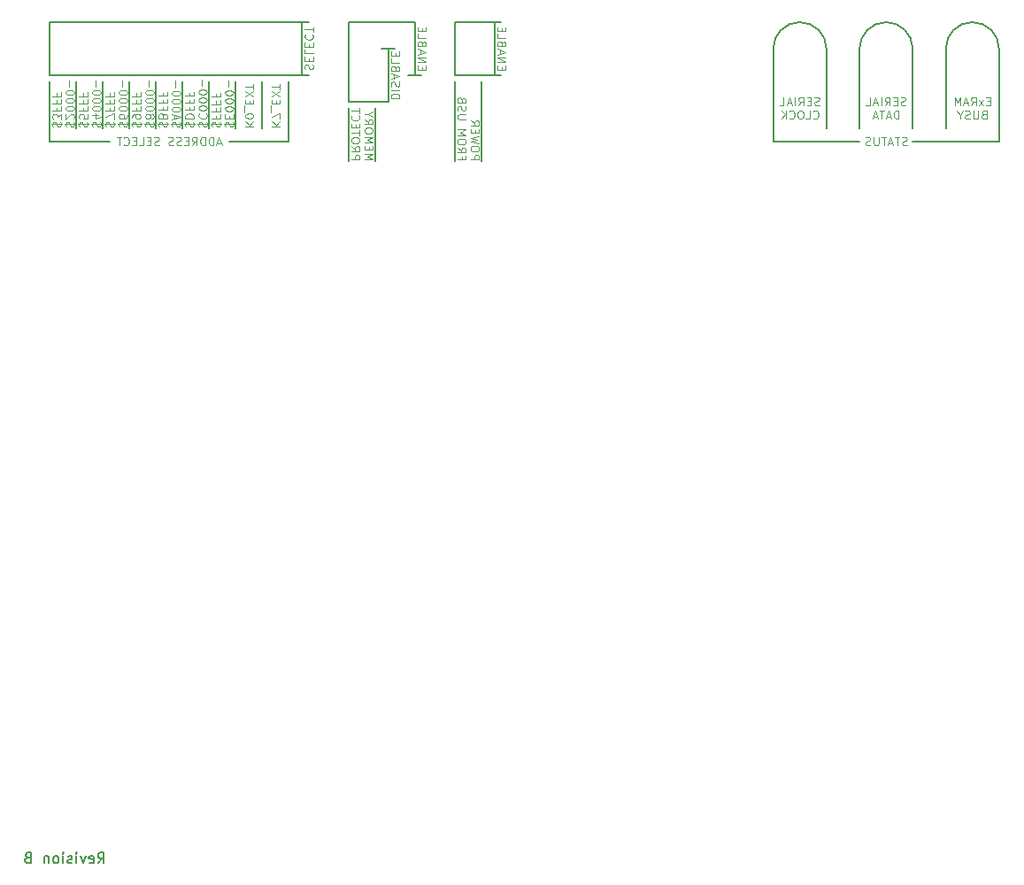
<source format=gbo>
G04 #@! TF.FileFunction,Legend,Bot*
%FSLAX46Y46*%
G04 Gerber Fmt 4.6, Leading zero omitted, Abs format (unit mm)*
G04 Created by KiCad (PCBNEW 4.0.7) date 12/28/19 00:57:34*
%MOMM*%
%LPD*%
G01*
G04 APERTURE LIST*
%ADD10C,0.100000*%
%ADD11C,0.150000*%
%ADD12C,0.200000*%
G04 APERTURE END LIST*
D10*
D11*
X103027857Y-145867381D02*
X103361191Y-145391190D01*
X103599286Y-145867381D02*
X103599286Y-144867381D01*
X103218333Y-144867381D01*
X103123095Y-144915000D01*
X103075476Y-144962619D01*
X103027857Y-145057857D01*
X103027857Y-145200714D01*
X103075476Y-145295952D01*
X103123095Y-145343571D01*
X103218333Y-145391190D01*
X103599286Y-145391190D01*
X102218333Y-145819762D02*
X102313571Y-145867381D01*
X102504048Y-145867381D01*
X102599286Y-145819762D01*
X102646905Y-145724524D01*
X102646905Y-145343571D01*
X102599286Y-145248333D01*
X102504048Y-145200714D01*
X102313571Y-145200714D01*
X102218333Y-145248333D01*
X102170714Y-145343571D01*
X102170714Y-145438810D01*
X102646905Y-145534048D01*
X101837381Y-145200714D02*
X101599286Y-145867381D01*
X101361190Y-145200714D01*
X100980238Y-145867381D02*
X100980238Y-145200714D01*
X100980238Y-144867381D02*
X101027857Y-144915000D01*
X100980238Y-144962619D01*
X100932619Y-144915000D01*
X100980238Y-144867381D01*
X100980238Y-144962619D01*
X100551667Y-145819762D02*
X100456429Y-145867381D01*
X100265953Y-145867381D01*
X100170714Y-145819762D01*
X100123095Y-145724524D01*
X100123095Y-145676905D01*
X100170714Y-145581667D01*
X100265953Y-145534048D01*
X100408810Y-145534048D01*
X100504048Y-145486429D01*
X100551667Y-145391190D01*
X100551667Y-145343571D01*
X100504048Y-145248333D01*
X100408810Y-145200714D01*
X100265953Y-145200714D01*
X100170714Y-145248333D01*
X99694524Y-145867381D02*
X99694524Y-145200714D01*
X99694524Y-144867381D02*
X99742143Y-144915000D01*
X99694524Y-144962619D01*
X99646905Y-144915000D01*
X99694524Y-144867381D01*
X99694524Y-144962619D01*
X99075477Y-145867381D02*
X99170715Y-145819762D01*
X99218334Y-145772143D01*
X99265953Y-145676905D01*
X99265953Y-145391190D01*
X99218334Y-145295952D01*
X99170715Y-145248333D01*
X99075477Y-145200714D01*
X98932619Y-145200714D01*
X98837381Y-145248333D01*
X98789762Y-145295952D01*
X98742143Y-145391190D01*
X98742143Y-145676905D01*
X98789762Y-145772143D01*
X98837381Y-145819762D01*
X98932619Y-145867381D01*
X99075477Y-145867381D01*
X98313572Y-145200714D02*
X98313572Y-145867381D01*
X98313572Y-145295952D02*
X98265953Y-145248333D01*
X98170715Y-145200714D01*
X98027857Y-145200714D01*
X97932619Y-145248333D01*
X97885000Y-145343571D01*
X97885000Y-145867381D01*
X96313571Y-145343571D02*
X96170714Y-145391190D01*
X96123095Y-145438810D01*
X96075476Y-145534048D01*
X96075476Y-145676905D01*
X96123095Y-145772143D01*
X96170714Y-145819762D01*
X96265952Y-145867381D01*
X96646905Y-145867381D01*
X96646905Y-144867381D01*
X96313571Y-144867381D01*
X96218333Y-144915000D01*
X96170714Y-144962619D01*
X96123095Y-145057857D01*
X96123095Y-145153095D01*
X96170714Y-145248333D01*
X96218333Y-145295952D01*
X96313571Y-145343571D01*
X96646905Y-145343571D01*
D10*
X188385238Y-72952857D02*
X188118571Y-72952857D01*
X188004285Y-73371905D02*
X188385238Y-73371905D01*
X188385238Y-72571905D01*
X188004285Y-72571905D01*
X187737618Y-73371905D02*
X187318571Y-72838571D01*
X187737618Y-72838571D02*
X187318571Y-73371905D01*
X186556666Y-73371905D02*
X186823333Y-72990952D01*
X187013809Y-73371905D02*
X187013809Y-72571905D01*
X186709047Y-72571905D01*
X186632856Y-72610000D01*
X186594761Y-72648095D01*
X186556666Y-72724286D01*
X186556666Y-72838571D01*
X186594761Y-72914762D01*
X186632856Y-72952857D01*
X186709047Y-72990952D01*
X187013809Y-72990952D01*
X186251904Y-73143333D02*
X185870952Y-73143333D01*
X186328095Y-73371905D02*
X186061428Y-72571905D01*
X185794761Y-73371905D01*
X185528095Y-73371905D02*
X185528095Y-72571905D01*
X185261428Y-73143333D01*
X184994761Y-72571905D01*
X184994761Y-73371905D01*
X187775714Y-74252857D02*
X187661428Y-74290952D01*
X187623333Y-74329048D01*
X187585238Y-74405238D01*
X187585238Y-74519524D01*
X187623333Y-74595714D01*
X187661428Y-74633810D01*
X187737619Y-74671905D01*
X188042381Y-74671905D01*
X188042381Y-73871905D01*
X187775714Y-73871905D01*
X187699524Y-73910000D01*
X187661428Y-73948095D01*
X187623333Y-74024286D01*
X187623333Y-74100476D01*
X187661428Y-74176667D01*
X187699524Y-74214762D01*
X187775714Y-74252857D01*
X188042381Y-74252857D01*
X187242381Y-73871905D02*
X187242381Y-74519524D01*
X187204286Y-74595714D01*
X187166190Y-74633810D01*
X187090000Y-74671905D01*
X186937619Y-74671905D01*
X186861428Y-74633810D01*
X186823333Y-74595714D01*
X186785238Y-74519524D01*
X186785238Y-73871905D01*
X186442381Y-74633810D02*
X186328095Y-74671905D01*
X186137619Y-74671905D01*
X186061429Y-74633810D01*
X186023333Y-74595714D01*
X185985238Y-74519524D01*
X185985238Y-74443333D01*
X186023333Y-74367143D01*
X186061429Y-74329048D01*
X186137619Y-74290952D01*
X186290000Y-74252857D01*
X186366191Y-74214762D01*
X186404286Y-74176667D01*
X186442381Y-74100476D01*
X186442381Y-74024286D01*
X186404286Y-73948095D01*
X186366191Y-73910000D01*
X186290000Y-73871905D01*
X186099524Y-73871905D01*
X185985238Y-73910000D01*
X185490000Y-74290952D02*
X185490000Y-74671905D01*
X185756667Y-73871905D02*
X185490000Y-74290952D01*
X185223333Y-73871905D01*
X180282619Y-73333810D02*
X180168333Y-73371905D01*
X179977857Y-73371905D01*
X179901667Y-73333810D01*
X179863571Y-73295714D01*
X179825476Y-73219524D01*
X179825476Y-73143333D01*
X179863571Y-73067143D01*
X179901667Y-73029048D01*
X179977857Y-72990952D01*
X180130238Y-72952857D01*
X180206429Y-72914762D01*
X180244524Y-72876667D01*
X180282619Y-72800476D01*
X180282619Y-72724286D01*
X180244524Y-72648095D01*
X180206429Y-72610000D01*
X180130238Y-72571905D01*
X179939762Y-72571905D01*
X179825476Y-72610000D01*
X179482619Y-72952857D02*
X179215952Y-72952857D01*
X179101666Y-73371905D02*
X179482619Y-73371905D01*
X179482619Y-72571905D01*
X179101666Y-72571905D01*
X178301666Y-73371905D02*
X178568333Y-72990952D01*
X178758809Y-73371905D02*
X178758809Y-72571905D01*
X178454047Y-72571905D01*
X178377856Y-72610000D01*
X178339761Y-72648095D01*
X178301666Y-72724286D01*
X178301666Y-72838571D01*
X178339761Y-72914762D01*
X178377856Y-72952857D01*
X178454047Y-72990952D01*
X178758809Y-72990952D01*
X177958809Y-73371905D02*
X177958809Y-72571905D01*
X177615952Y-73143333D02*
X177235000Y-73143333D01*
X177692143Y-73371905D02*
X177425476Y-72571905D01*
X177158809Y-73371905D01*
X176511190Y-73371905D02*
X176892143Y-73371905D01*
X176892143Y-72571905D01*
X179635000Y-74671905D02*
X179635000Y-73871905D01*
X179444524Y-73871905D01*
X179330238Y-73910000D01*
X179254047Y-73986190D01*
X179215952Y-74062381D01*
X179177857Y-74214762D01*
X179177857Y-74329048D01*
X179215952Y-74481429D01*
X179254047Y-74557619D01*
X179330238Y-74633810D01*
X179444524Y-74671905D01*
X179635000Y-74671905D01*
X178873095Y-74443333D02*
X178492143Y-74443333D01*
X178949286Y-74671905D02*
X178682619Y-73871905D01*
X178415952Y-74671905D01*
X178263572Y-73871905D02*
X177806429Y-73871905D01*
X178035000Y-74671905D02*
X178035000Y-73871905D01*
X177577857Y-74443333D02*
X177196905Y-74443333D01*
X177654048Y-74671905D02*
X177387381Y-73871905D01*
X177120714Y-74671905D01*
X172027619Y-73333810D02*
X171913333Y-73371905D01*
X171722857Y-73371905D01*
X171646667Y-73333810D01*
X171608571Y-73295714D01*
X171570476Y-73219524D01*
X171570476Y-73143333D01*
X171608571Y-73067143D01*
X171646667Y-73029048D01*
X171722857Y-72990952D01*
X171875238Y-72952857D01*
X171951429Y-72914762D01*
X171989524Y-72876667D01*
X172027619Y-72800476D01*
X172027619Y-72724286D01*
X171989524Y-72648095D01*
X171951429Y-72610000D01*
X171875238Y-72571905D01*
X171684762Y-72571905D01*
X171570476Y-72610000D01*
X171227619Y-72952857D02*
X170960952Y-72952857D01*
X170846666Y-73371905D02*
X171227619Y-73371905D01*
X171227619Y-72571905D01*
X170846666Y-72571905D01*
X170046666Y-73371905D02*
X170313333Y-72990952D01*
X170503809Y-73371905D02*
X170503809Y-72571905D01*
X170199047Y-72571905D01*
X170122856Y-72610000D01*
X170084761Y-72648095D01*
X170046666Y-72724286D01*
X170046666Y-72838571D01*
X170084761Y-72914762D01*
X170122856Y-72952857D01*
X170199047Y-72990952D01*
X170503809Y-72990952D01*
X169703809Y-73371905D02*
X169703809Y-72571905D01*
X169360952Y-73143333D02*
X168980000Y-73143333D01*
X169437143Y-73371905D02*
X169170476Y-72571905D01*
X168903809Y-73371905D01*
X168256190Y-73371905D02*
X168637143Y-73371905D01*
X168637143Y-72571905D01*
X171475238Y-74595714D02*
X171513333Y-74633810D01*
X171627619Y-74671905D01*
X171703809Y-74671905D01*
X171818095Y-74633810D01*
X171894286Y-74557619D01*
X171932381Y-74481429D01*
X171970476Y-74329048D01*
X171970476Y-74214762D01*
X171932381Y-74062381D01*
X171894286Y-73986190D01*
X171818095Y-73910000D01*
X171703809Y-73871905D01*
X171627619Y-73871905D01*
X171513333Y-73910000D01*
X171475238Y-73948095D01*
X170751428Y-74671905D02*
X171132381Y-74671905D01*
X171132381Y-73871905D01*
X170332381Y-73871905D02*
X170180000Y-73871905D01*
X170103809Y-73910000D01*
X170027619Y-73986190D01*
X169989524Y-74138571D01*
X169989524Y-74405238D01*
X170027619Y-74557619D01*
X170103809Y-74633810D01*
X170180000Y-74671905D01*
X170332381Y-74671905D01*
X170408571Y-74633810D01*
X170484762Y-74557619D01*
X170522857Y-74405238D01*
X170522857Y-74138571D01*
X170484762Y-73986190D01*
X170408571Y-73910000D01*
X170332381Y-73871905D01*
X169189524Y-74595714D02*
X169227619Y-74633810D01*
X169341905Y-74671905D01*
X169418095Y-74671905D01*
X169532381Y-74633810D01*
X169608572Y-74557619D01*
X169646667Y-74481429D01*
X169684762Y-74329048D01*
X169684762Y-74214762D01*
X169646667Y-74062381D01*
X169608572Y-73986190D01*
X169532381Y-73910000D01*
X169418095Y-73871905D01*
X169341905Y-73871905D01*
X169227619Y-73910000D01*
X169189524Y-73948095D01*
X168846667Y-74671905D02*
X168846667Y-73871905D01*
X168389524Y-74671905D02*
X168732381Y-74214762D01*
X168389524Y-73871905D02*
X168846667Y-74329048D01*
X180415952Y-77158810D02*
X180301666Y-77196905D01*
X180111190Y-77196905D01*
X180035000Y-77158810D01*
X179996904Y-77120714D01*
X179958809Y-77044524D01*
X179958809Y-76968333D01*
X179996904Y-76892143D01*
X180035000Y-76854048D01*
X180111190Y-76815952D01*
X180263571Y-76777857D01*
X180339762Y-76739762D01*
X180377857Y-76701667D01*
X180415952Y-76625476D01*
X180415952Y-76549286D01*
X180377857Y-76473095D01*
X180339762Y-76435000D01*
X180263571Y-76396905D01*
X180073095Y-76396905D01*
X179958809Y-76435000D01*
X179730238Y-76396905D02*
X179273095Y-76396905D01*
X179501666Y-77196905D02*
X179501666Y-76396905D01*
X179044523Y-76968333D02*
X178663571Y-76968333D01*
X179120714Y-77196905D02*
X178854047Y-76396905D01*
X178587380Y-77196905D01*
X178435000Y-76396905D02*
X177977857Y-76396905D01*
X178206428Y-77196905D02*
X178206428Y-76396905D01*
X177711190Y-76396905D02*
X177711190Y-77044524D01*
X177673095Y-77120714D01*
X177634999Y-77158810D01*
X177558809Y-77196905D01*
X177406428Y-77196905D01*
X177330237Y-77158810D01*
X177292142Y-77120714D01*
X177254047Y-77044524D01*
X177254047Y-76396905D01*
X176911190Y-77158810D02*
X176796904Y-77196905D01*
X176606428Y-77196905D01*
X176530238Y-77158810D01*
X176492142Y-77120714D01*
X176454047Y-77044524D01*
X176454047Y-76968333D01*
X176492142Y-76892143D01*
X176530238Y-76854048D01*
X176606428Y-76815952D01*
X176758809Y-76777857D01*
X176835000Y-76739762D01*
X176873095Y-76701667D01*
X176911190Y-76625476D01*
X176911190Y-76549286D01*
X176873095Y-76473095D01*
X176835000Y-76435000D01*
X176758809Y-76396905D01*
X176568333Y-76396905D01*
X176454047Y-76435000D01*
D12*
X172720000Y-75565000D02*
X172720000Y-67945000D01*
X175895000Y-67945000D02*
X175895000Y-75565000D01*
X180975000Y-75565000D02*
X180975000Y-67945000D01*
X184150000Y-67945000D02*
X184150000Y-75565000D01*
X189230000Y-76835000D02*
X189230000Y-67945000D01*
X180975000Y-76835000D02*
X189230000Y-76835000D01*
X167640000Y-76835000D02*
X175895000Y-76835000D01*
X167640000Y-67945000D02*
X167640000Y-76835000D01*
X189230000Y-67945000D02*
G75*
G03X186690000Y-65405000I-2540000J0D01*
G01*
X186690000Y-65405000D02*
G75*
G03X184150000Y-67945000I0J-2540000D01*
G01*
X180975000Y-67945000D02*
G75*
G03X178435000Y-65405000I-2540000J0D01*
G01*
X178435000Y-65405000D02*
G75*
G03X175895000Y-67945000I0J-2540000D01*
G01*
X172720000Y-67945000D02*
G75*
G03X170180000Y-65405000I-2540000J0D01*
G01*
X170180000Y-65405000D02*
G75*
G03X167640000Y-67945000I0J-2540000D01*
G01*
D10*
X137852143Y-78282857D02*
X137852143Y-78549524D01*
X137433095Y-78549524D02*
X138233095Y-78549524D01*
X138233095Y-78168571D01*
X137433095Y-77406667D02*
X137814048Y-77673334D01*
X137433095Y-77863810D02*
X138233095Y-77863810D01*
X138233095Y-77559048D01*
X138195000Y-77482857D01*
X138156905Y-77444762D01*
X138080714Y-77406667D01*
X137966429Y-77406667D01*
X137890238Y-77444762D01*
X137852143Y-77482857D01*
X137814048Y-77559048D01*
X137814048Y-77863810D01*
X138233095Y-76911429D02*
X138233095Y-76759048D01*
X138195000Y-76682857D01*
X138118810Y-76606667D01*
X137966429Y-76568572D01*
X137699762Y-76568572D01*
X137547381Y-76606667D01*
X137471190Y-76682857D01*
X137433095Y-76759048D01*
X137433095Y-76911429D01*
X137471190Y-76987619D01*
X137547381Y-77063810D01*
X137699762Y-77101905D01*
X137966429Y-77101905D01*
X138118810Y-77063810D01*
X138195000Y-76987619D01*
X138233095Y-76911429D01*
X137433095Y-76225715D02*
X138233095Y-76225715D01*
X137661667Y-75959048D01*
X138233095Y-75692381D01*
X137433095Y-75692381D01*
X138233095Y-74701905D02*
X137585476Y-74701905D01*
X137509286Y-74663810D01*
X137471190Y-74625714D01*
X137433095Y-74549524D01*
X137433095Y-74397143D01*
X137471190Y-74320952D01*
X137509286Y-74282857D01*
X137585476Y-74244762D01*
X138233095Y-74244762D01*
X137471190Y-73901905D02*
X137433095Y-73787619D01*
X137433095Y-73597143D01*
X137471190Y-73520953D01*
X137509286Y-73482857D01*
X137585476Y-73444762D01*
X137661667Y-73444762D01*
X137737857Y-73482857D01*
X137775952Y-73520953D01*
X137814048Y-73597143D01*
X137852143Y-73749524D01*
X137890238Y-73825715D01*
X137928333Y-73863810D01*
X138004524Y-73901905D01*
X138080714Y-73901905D01*
X138156905Y-73863810D01*
X138195000Y-73825715D01*
X138233095Y-73749524D01*
X138233095Y-73559048D01*
X138195000Y-73444762D01*
X137852143Y-72835238D02*
X137814048Y-72720952D01*
X137775952Y-72682857D01*
X137699762Y-72644762D01*
X137585476Y-72644762D01*
X137509286Y-72682857D01*
X137471190Y-72720952D01*
X137433095Y-72797143D01*
X137433095Y-73101905D01*
X138233095Y-73101905D01*
X138233095Y-72835238D01*
X138195000Y-72759048D01*
X138156905Y-72720952D01*
X138080714Y-72682857D01*
X138004524Y-72682857D01*
X137928333Y-72720952D01*
X137890238Y-72759048D01*
X137852143Y-72835238D01*
X137852143Y-73101905D01*
X138703095Y-78549524D02*
X139503095Y-78549524D01*
X139503095Y-78244762D01*
X139465000Y-78168571D01*
X139426905Y-78130476D01*
X139350714Y-78092381D01*
X139236429Y-78092381D01*
X139160238Y-78130476D01*
X139122143Y-78168571D01*
X139084048Y-78244762D01*
X139084048Y-78549524D01*
X139503095Y-77597143D02*
X139503095Y-77444762D01*
X139465000Y-77368571D01*
X139388810Y-77292381D01*
X139236429Y-77254286D01*
X138969762Y-77254286D01*
X138817381Y-77292381D01*
X138741190Y-77368571D01*
X138703095Y-77444762D01*
X138703095Y-77597143D01*
X138741190Y-77673333D01*
X138817381Y-77749524D01*
X138969762Y-77787619D01*
X139236429Y-77787619D01*
X139388810Y-77749524D01*
X139465000Y-77673333D01*
X139503095Y-77597143D01*
X139503095Y-76987619D02*
X138703095Y-76797143D01*
X139274524Y-76644762D01*
X138703095Y-76492381D01*
X139503095Y-76301905D01*
X139122143Y-75997143D02*
X139122143Y-75730476D01*
X138703095Y-75616190D02*
X138703095Y-75997143D01*
X139503095Y-75997143D01*
X139503095Y-75616190D01*
X138703095Y-74816190D02*
X139084048Y-75082857D01*
X138703095Y-75273333D02*
X139503095Y-75273333D01*
X139503095Y-74968571D01*
X139465000Y-74892380D01*
X139426905Y-74854285D01*
X139350714Y-74816190D01*
X139236429Y-74816190D01*
X139160238Y-74854285D01*
X139122143Y-74892380D01*
X139084048Y-74968571D01*
X139084048Y-75273333D01*
D12*
X137160000Y-70485000D02*
X137160000Y-65405000D01*
D10*
X141662143Y-69964048D02*
X141662143Y-69697381D01*
X141243095Y-69583095D02*
X141243095Y-69964048D01*
X142043095Y-69964048D01*
X142043095Y-69583095D01*
X141243095Y-69240238D02*
X142043095Y-69240238D01*
X141243095Y-68783095D01*
X142043095Y-68783095D01*
X141471667Y-68440238D02*
X141471667Y-68059286D01*
X141243095Y-68516429D02*
X142043095Y-68249762D01*
X141243095Y-67983095D01*
X141662143Y-67449762D02*
X141624048Y-67335476D01*
X141585952Y-67297381D01*
X141509762Y-67259286D01*
X141395476Y-67259286D01*
X141319286Y-67297381D01*
X141281190Y-67335476D01*
X141243095Y-67411667D01*
X141243095Y-67716429D01*
X142043095Y-67716429D01*
X142043095Y-67449762D01*
X142005000Y-67373572D01*
X141966905Y-67335476D01*
X141890714Y-67297381D01*
X141814524Y-67297381D01*
X141738333Y-67335476D01*
X141700238Y-67373572D01*
X141662143Y-67449762D01*
X141662143Y-67716429D01*
X141243095Y-66535476D02*
X141243095Y-66916429D01*
X142043095Y-66916429D01*
X141662143Y-66268810D02*
X141662143Y-66002143D01*
X141243095Y-65887857D02*
X141243095Y-66268810D01*
X142043095Y-66268810D01*
X142043095Y-65887857D01*
D12*
X139700000Y-71120000D02*
X139700000Y-78740000D01*
X137160000Y-71120000D02*
X137160000Y-78740000D01*
X140970000Y-70485000D02*
X140970000Y-65405000D01*
X137160000Y-70485000D02*
X141605000Y-70485000D01*
X137160000Y-65405000D02*
X141605000Y-65405000D01*
X122555000Y-65405000D02*
X123190000Y-65405000D01*
X98425000Y-70485000D02*
X121920000Y-70485000D01*
X127000000Y-65405000D02*
X127000000Y-73025000D01*
X98425000Y-65405000D02*
X98425000Y-70485000D01*
X122555000Y-70485000D02*
X122555000Y-65405000D01*
X123190000Y-70485000D02*
X121920000Y-70485000D01*
D10*
X122866190Y-69925953D02*
X122828095Y-69811667D01*
X122828095Y-69621191D01*
X122866190Y-69545001D01*
X122904286Y-69506905D01*
X122980476Y-69468810D01*
X123056667Y-69468810D01*
X123132857Y-69506905D01*
X123170952Y-69545001D01*
X123209048Y-69621191D01*
X123247143Y-69773572D01*
X123285238Y-69849763D01*
X123323333Y-69887858D01*
X123399524Y-69925953D01*
X123475714Y-69925953D01*
X123551905Y-69887858D01*
X123590000Y-69849763D01*
X123628095Y-69773572D01*
X123628095Y-69583096D01*
X123590000Y-69468810D01*
X123247143Y-69125953D02*
X123247143Y-68859286D01*
X122828095Y-68745000D02*
X122828095Y-69125953D01*
X123628095Y-69125953D01*
X123628095Y-68745000D01*
X122828095Y-68021190D02*
X122828095Y-68402143D01*
X123628095Y-68402143D01*
X123247143Y-67754524D02*
X123247143Y-67487857D01*
X122828095Y-67373571D02*
X122828095Y-67754524D01*
X123628095Y-67754524D01*
X123628095Y-67373571D01*
X122904286Y-66573571D02*
X122866190Y-66611666D01*
X122828095Y-66725952D01*
X122828095Y-66802142D01*
X122866190Y-66916428D01*
X122942381Y-66992619D01*
X123018571Y-67030714D01*
X123170952Y-67068809D01*
X123285238Y-67068809D01*
X123437619Y-67030714D01*
X123513810Y-66992619D01*
X123590000Y-66916428D01*
X123628095Y-66802142D01*
X123628095Y-66725952D01*
X123590000Y-66611666D01*
X123551905Y-66573571D01*
X123628095Y-66345000D02*
X123628095Y-65887857D01*
X122828095Y-66116428D02*
X123628095Y-66116428D01*
D12*
X122555000Y-65405000D02*
X98425000Y-65405000D01*
D10*
X131083095Y-72694524D02*
X131883095Y-72694524D01*
X131883095Y-72504048D01*
X131845000Y-72389762D01*
X131768810Y-72313571D01*
X131692619Y-72275476D01*
X131540238Y-72237381D01*
X131425952Y-72237381D01*
X131273571Y-72275476D01*
X131197381Y-72313571D01*
X131121190Y-72389762D01*
X131083095Y-72504048D01*
X131083095Y-72694524D01*
X131083095Y-71894524D02*
X131883095Y-71894524D01*
X131121190Y-71551667D02*
X131083095Y-71437381D01*
X131083095Y-71246905D01*
X131121190Y-71170715D01*
X131159286Y-71132619D01*
X131235476Y-71094524D01*
X131311667Y-71094524D01*
X131387857Y-71132619D01*
X131425952Y-71170715D01*
X131464048Y-71246905D01*
X131502143Y-71399286D01*
X131540238Y-71475477D01*
X131578333Y-71513572D01*
X131654524Y-71551667D01*
X131730714Y-71551667D01*
X131806905Y-71513572D01*
X131845000Y-71475477D01*
X131883095Y-71399286D01*
X131883095Y-71208810D01*
X131845000Y-71094524D01*
X131311667Y-70789762D02*
X131311667Y-70408810D01*
X131083095Y-70865953D02*
X131883095Y-70599286D01*
X131083095Y-70332619D01*
X131502143Y-69799286D02*
X131464048Y-69685000D01*
X131425952Y-69646905D01*
X131349762Y-69608810D01*
X131235476Y-69608810D01*
X131159286Y-69646905D01*
X131121190Y-69685000D01*
X131083095Y-69761191D01*
X131083095Y-70065953D01*
X131883095Y-70065953D01*
X131883095Y-69799286D01*
X131845000Y-69723096D01*
X131806905Y-69685000D01*
X131730714Y-69646905D01*
X131654524Y-69646905D01*
X131578333Y-69685000D01*
X131540238Y-69723096D01*
X131502143Y-69799286D01*
X131502143Y-70065953D01*
X131083095Y-68885000D02*
X131083095Y-69265953D01*
X131883095Y-69265953D01*
X131502143Y-68618334D02*
X131502143Y-68351667D01*
X131083095Y-68237381D02*
X131083095Y-68618334D01*
X131883095Y-68618334D01*
X131883095Y-68237381D01*
X134042143Y-69964048D02*
X134042143Y-69697381D01*
X133623095Y-69583095D02*
X133623095Y-69964048D01*
X134423095Y-69964048D01*
X134423095Y-69583095D01*
X133623095Y-69240238D02*
X134423095Y-69240238D01*
X133623095Y-68783095D01*
X134423095Y-68783095D01*
X133851667Y-68440238D02*
X133851667Y-68059286D01*
X133623095Y-68516429D02*
X134423095Y-68249762D01*
X133623095Y-67983095D01*
X134042143Y-67449762D02*
X134004048Y-67335476D01*
X133965952Y-67297381D01*
X133889762Y-67259286D01*
X133775476Y-67259286D01*
X133699286Y-67297381D01*
X133661190Y-67335476D01*
X133623095Y-67411667D01*
X133623095Y-67716429D01*
X134423095Y-67716429D01*
X134423095Y-67449762D01*
X134385000Y-67373572D01*
X134346905Y-67335476D01*
X134270714Y-67297381D01*
X134194524Y-67297381D01*
X134118333Y-67335476D01*
X134080238Y-67373572D01*
X134042143Y-67449762D01*
X134042143Y-67716429D01*
X133623095Y-66535476D02*
X133623095Y-66916429D01*
X134423095Y-66916429D01*
X134042143Y-66268810D02*
X134042143Y-66002143D01*
X133623095Y-65887857D02*
X133623095Y-66268810D01*
X134423095Y-66268810D01*
X134423095Y-65887857D01*
D12*
X133350000Y-65405000D02*
X127000000Y-65405000D01*
X133350000Y-70485000D02*
X133350000Y-65405000D01*
X132715000Y-70485000D02*
X133985000Y-70485000D01*
X130175000Y-67945000D02*
X131445000Y-67945000D01*
X130810000Y-73025000D02*
X130810000Y-67945000D01*
X127000000Y-73025000D02*
X130810000Y-73025000D01*
X127000000Y-73660000D02*
X127000000Y-78740000D01*
X129540000Y-78740000D02*
X129540000Y-73660000D01*
X116205000Y-76835000D02*
X115570000Y-76835000D01*
X103505000Y-76835000D02*
X104140000Y-76835000D01*
X98425000Y-76835000D02*
X103505000Y-76835000D01*
X121285000Y-76835000D02*
X116205000Y-76835000D01*
X98425000Y-71120000D02*
X98425000Y-76835000D01*
X100965000Y-71120000D02*
X100965000Y-75565000D01*
X103505000Y-75565000D02*
X103505000Y-71120000D01*
X121285000Y-71120000D02*
X121285000Y-76835000D01*
X118745000Y-71120000D02*
X118745000Y-75565000D01*
X116205000Y-75565000D02*
X116205000Y-71120000D01*
X113665000Y-75565000D02*
X113665000Y-71120000D01*
X111125000Y-75565000D02*
X111125000Y-71120000D01*
X108585000Y-75565000D02*
X108585000Y-71120000D01*
X106045000Y-75565000D02*
X106045000Y-71120000D01*
D10*
X114807382Y-76968333D02*
X114426430Y-76968333D01*
X114883573Y-77196905D02*
X114616906Y-76396905D01*
X114350239Y-77196905D01*
X114083573Y-77196905D02*
X114083573Y-76396905D01*
X113893097Y-76396905D01*
X113778811Y-76435000D01*
X113702620Y-76511190D01*
X113664525Y-76587381D01*
X113626430Y-76739762D01*
X113626430Y-76854048D01*
X113664525Y-77006429D01*
X113702620Y-77082619D01*
X113778811Y-77158810D01*
X113893097Y-77196905D01*
X114083573Y-77196905D01*
X113283573Y-77196905D02*
X113283573Y-76396905D01*
X113093097Y-76396905D01*
X112978811Y-76435000D01*
X112902620Y-76511190D01*
X112864525Y-76587381D01*
X112826430Y-76739762D01*
X112826430Y-76854048D01*
X112864525Y-77006429D01*
X112902620Y-77082619D01*
X112978811Y-77158810D01*
X113093097Y-77196905D01*
X113283573Y-77196905D01*
X112026430Y-77196905D02*
X112293097Y-76815952D01*
X112483573Y-77196905D02*
X112483573Y-76396905D01*
X112178811Y-76396905D01*
X112102620Y-76435000D01*
X112064525Y-76473095D01*
X112026430Y-76549286D01*
X112026430Y-76663571D01*
X112064525Y-76739762D01*
X112102620Y-76777857D01*
X112178811Y-76815952D01*
X112483573Y-76815952D01*
X111683573Y-76777857D02*
X111416906Y-76777857D01*
X111302620Y-77196905D02*
X111683573Y-77196905D01*
X111683573Y-76396905D01*
X111302620Y-76396905D01*
X110997858Y-77158810D02*
X110883572Y-77196905D01*
X110693096Y-77196905D01*
X110616906Y-77158810D01*
X110578810Y-77120714D01*
X110540715Y-77044524D01*
X110540715Y-76968333D01*
X110578810Y-76892143D01*
X110616906Y-76854048D01*
X110693096Y-76815952D01*
X110845477Y-76777857D01*
X110921668Y-76739762D01*
X110959763Y-76701667D01*
X110997858Y-76625476D01*
X110997858Y-76549286D01*
X110959763Y-76473095D01*
X110921668Y-76435000D01*
X110845477Y-76396905D01*
X110655001Y-76396905D01*
X110540715Y-76435000D01*
X110235953Y-77158810D02*
X110121667Y-77196905D01*
X109931191Y-77196905D01*
X109855001Y-77158810D01*
X109816905Y-77120714D01*
X109778810Y-77044524D01*
X109778810Y-76968333D01*
X109816905Y-76892143D01*
X109855001Y-76854048D01*
X109931191Y-76815952D01*
X110083572Y-76777857D01*
X110159763Y-76739762D01*
X110197858Y-76701667D01*
X110235953Y-76625476D01*
X110235953Y-76549286D01*
X110197858Y-76473095D01*
X110159763Y-76435000D01*
X110083572Y-76396905D01*
X109893096Y-76396905D01*
X109778810Y-76435000D01*
X108864524Y-77158810D02*
X108750238Y-77196905D01*
X108559762Y-77196905D01*
X108483572Y-77158810D01*
X108445476Y-77120714D01*
X108407381Y-77044524D01*
X108407381Y-76968333D01*
X108445476Y-76892143D01*
X108483572Y-76854048D01*
X108559762Y-76815952D01*
X108712143Y-76777857D01*
X108788334Y-76739762D01*
X108826429Y-76701667D01*
X108864524Y-76625476D01*
X108864524Y-76549286D01*
X108826429Y-76473095D01*
X108788334Y-76435000D01*
X108712143Y-76396905D01*
X108521667Y-76396905D01*
X108407381Y-76435000D01*
X108064524Y-76777857D02*
X107797857Y-76777857D01*
X107683571Y-77196905D02*
X108064524Y-77196905D01*
X108064524Y-76396905D01*
X107683571Y-76396905D01*
X106959761Y-77196905D02*
X107340714Y-77196905D01*
X107340714Y-76396905D01*
X106693095Y-76777857D02*
X106426428Y-76777857D01*
X106312142Y-77196905D02*
X106693095Y-77196905D01*
X106693095Y-76396905D01*
X106312142Y-76396905D01*
X105512142Y-77120714D02*
X105550237Y-77158810D01*
X105664523Y-77196905D01*
X105740713Y-77196905D01*
X105854999Y-77158810D01*
X105931190Y-77082619D01*
X105969285Y-77006429D01*
X106007380Y-76854048D01*
X106007380Y-76739762D01*
X105969285Y-76587381D01*
X105931190Y-76511190D01*
X105854999Y-76435000D01*
X105740713Y-76396905D01*
X105664523Y-76396905D01*
X105550237Y-76435000D01*
X105512142Y-76473095D01*
X105283571Y-76396905D02*
X104826428Y-76396905D01*
X105054999Y-77196905D02*
X105054999Y-76396905D01*
X119653095Y-75374524D02*
X120453095Y-75374524D01*
X119653095Y-74917381D02*
X120110238Y-75260238D01*
X120453095Y-74917381D02*
X119995952Y-75374524D01*
X120453095Y-74650714D02*
X120453095Y-74117381D01*
X119653095Y-74460238D01*
X119576905Y-74003095D02*
X119576905Y-73393571D01*
X120072143Y-73203095D02*
X120072143Y-72936428D01*
X119653095Y-72822142D02*
X119653095Y-73203095D01*
X120453095Y-73203095D01*
X120453095Y-72822142D01*
X120453095Y-72555475D02*
X119653095Y-72022142D01*
X120453095Y-72022142D02*
X119653095Y-72555475D01*
X120453095Y-71831666D02*
X120453095Y-71374523D01*
X119653095Y-71603094D02*
X120453095Y-71603094D01*
X117113095Y-75374524D02*
X117913095Y-75374524D01*
X117113095Y-74917381D02*
X117570238Y-75260238D01*
X117913095Y-74917381D02*
X117455952Y-75374524D01*
X117913095Y-74422143D02*
X117913095Y-74345952D01*
X117875000Y-74269762D01*
X117836905Y-74231667D01*
X117760714Y-74193571D01*
X117608333Y-74155476D01*
X117417857Y-74155476D01*
X117265476Y-74193571D01*
X117189286Y-74231667D01*
X117151190Y-74269762D01*
X117113095Y-74345952D01*
X117113095Y-74422143D01*
X117151190Y-74498333D01*
X117189286Y-74536429D01*
X117265476Y-74574524D01*
X117417857Y-74612619D01*
X117608333Y-74612619D01*
X117760714Y-74574524D01*
X117836905Y-74536429D01*
X117875000Y-74498333D01*
X117913095Y-74422143D01*
X117036905Y-74003095D02*
X117036905Y-73393571D01*
X117532143Y-73203095D02*
X117532143Y-72936428D01*
X117113095Y-72822142D02*
X117113095Y-73203095D01*
X117913095Y-73203095D01*
X117913095Y-72822142D01*
X117913095Y-72555475D02*
X117113095Y-72022142D01*
X117913095Y-72022142D02*
X117113095Y-72555475D01*
X117913095Y-71831666D02*
X117913095Y-71374523D01*
X117113095Y-71603094D02*
X117913095Y-71603094D01*
X113976190Y-75412619D02*
X113938095Y-75298333D01*
X113938095Y-75107857D01*
X113976190Y-75031667D01*
X114014286Y-74993571D01*
X114090476Y-74955476D01*
X114166667Y-74955476D01*
X114242857Y-74993571D01*
X114280952Y-75031667D01*
X114319048Y-75107857D01*
X114357143Y-75260238D01*
X114395238Y-75336429D01*
X114433333Y-75374524D01*
X114509524Y-75412619D01*
X114585714Y-75412619D01*
X114661905Y-75374524D01*
X114700000Y-75336429D01*
X114738095Y-75260238D01*
X114738095Y-75069762D01*
X114700000Y-74955476D01*
X114852381Y-75184048D02*
X113823810Y-75184048D01*
X114357143Y-74345952D02*
X114357143Y-74612619D01*
X113938095Y-74612619D02*
X114738095Y-74612619D01*
X114738095Y-74231666D01*
X114357143Y-73660238D02*
X114357143Y-73926905D01*
X113938095Y-73926905D02*
X114738095Y-73926905D01*
X114738095Y-73545952D01*
X114357143Y-72974524D02*
X114357143Y-73241191D01*
X113938095Y-73241191D02*
X114738095Y-73241191D01*
X114738095Y-72860238D01*
X114357143Y-72288810D02*
X114357143Y-72555477D01*
X113938095Y-72555477D02*
X114738095Y-72555477D01*
X114738095Y-72174524D01*
X111436190Y-75412619D02*
X111398095Y-75298333D01*
X111398095Y-75107857D01*
X111436190Y-75031667D01*
X111474286Y-74993571D01*
X111550476Y-74955476D01*
X111626667Y-74955476D01*
X111702857Y-74993571D01*
X111740952Y-75031667D01*
X111779048Y-75107857D01*
X111817143Y-75260238D01*
X111855238Y-75336429D01*
X111893333Y-75374524D01*
X111969524Y-75412619D01*
X112045714Y-75412619D01*
X112121905Y-75374524D01*
X112160000Y-75336429D01*
X112198095Y-75260238D01*
X112198095Y-75069762D01*
X112160000Y-74955476D01*
X112312381Y-75184048D02*
X111283810Y-75184048D01*
X111398095Y-74612619D02*
X112198095Y-74612619D01*
X112198095Y-74422143D01*
X112160000Y-74307857D01*
X112083810Y-74231666D01*
X112007619Y-74193571D01*
X111855238Y-74155476D01*
X111740952Y-74155476D01*
X111588571Y-74193571D01*
X111512381Y-74231666D01*
X111436190Y-74307857D01*
X111398095Y-74422143D01*
X111398095Y-74612619D01*
X111817143Y-73545952D02*
X111817143Y-73812619D01*
X111398095Y-73812619D02*
X112198095Y-73812619D01*
X112198095Y-73431666D01*
X111817143Y-72860238D02*
X111817143Y-73126905D01*
X111398095Y-73126905D02*
X112198095Y-73126905D01*
X112198095Y-72745952D01*
X111817143Y-72174524D02*
X111817143Y-72441191D01*
X111398095Y-72441191D02*
X112198095Y-72441191D01*
X112198095Y-72060238D01*
X108896190Y-75412619D02*
X108858095Y-75298333D01*
X108858095Y-75107857D01*
X108896190Y-75031667D01*
X108934286Y-74993571D01*
X109010476Y-74955476D01*
X109086667Y-74955476D01*
X109162857Y-74993571D01*
X109200952Y-75031667D01*
X109239048Y-75107857D01*
X109277143Y-75260238D01*
X109315238Y-75336429D01*
X109353333Y-75374524D01*
X109429524Y-75412619D01*
X109505714Y-75412619D01*
X109581905Y-75374524D01*
X109620000Y-75336429D01*
X109658095Y-75260238D01*
X109658095Y-75069762D01*
X109620000Y-74955476D01*
X109772381Y-75184048D02*
X108743810Y-75184048D01*
X109277143Y-74345952D02*
X109239048Y-74231666D01*
X109200952Y-74193571D01*
X109124762Y-74155476D01*
X109010476Y-74155476D01*
X108934286Y-74193571D01*
X108896190Y-74231666D01*
X108858095Y-74307857D01*
X108858095Y-74612619D01*
X109658095Y-74612619D01*
X109658095Y-74345952D01*
X109620000Y-74269762D01*
X109581905Y-74231666D01*
X109505714Y-74193571D01*
X109429524Y-74193571D01*
X109353333Y-74231666D01*
X109315238Y-74269762D01*
X109277143Y-74345952D01*
X109277143Y-74612619D01*
X109277143Y-73545952D02*
X109277143Y-73812619D01*
X108858095Y-73812619D02*
X109658095Y-73812619D01*
X109658095Y-73431666D01*
X109277143Y-72860238D02*
X109277143Y-73126905D01*
X108858095Y-73126905D02*
X109658095Y-73126905D01*
X109658095Y-72745952D01*
X109277143Y-72174524D02*
X109277143Y-72441191D01*
X108858095Y-72441191D02*
X109658095Y-72441191D01*
X109658095Y-72060238D01*
X106356190Y-75412619D02*
X106318095Y-75298333D01*
X106318095Y-75107857D01*
X106356190Y-75031667D01*
X106394286Y-74993571D01*
X106470476Y-74955476D01*
X106546667Y-74955476D01*
X106622857Y-74993571D01*
X106660952Y-75031667D01*
X106699048Y-75107857D01*
X106737143Y-75260238D01*
X106775238Y-75336429D01*
X106813333Y-75374524D01*
X106889524Y-75412619D01*
X106965714Y-75412619D01*
X107041905Y-75374524D01*
X107080000Y-75336429D01*
X107118095Y-75260238D01*
X107118095Y-75069762D01*
X107080000Y-74955476D01*
X107232381Y-75184048D02*
X106203810Y-75184048D01*
X106318095Y-74574524D02*
X106318095Y-74422143D01*
X106356190Y-74345952D01*
X106394286Y-74307857D01*
X106508571Y-74231666D01*
X106660952Y-74193571D01*
X106965714Y-74193571D01*
X107041905Y-74231666D01*
X107080000Y-74269762D01*
X107118095Y-74345952D01*
X107118095Y-74498333D01*
X107080000Y-74574524D01*
X107041905Y-74612619D01*
X106965714Y-74650714D01*
X106775238Y-74650714D01*
X106699048Y-74612619D01*
X106660952Y-74574524D01*
X106622857Y-74498333D01*
X106622857Y-74345952D01*
X106660952Y-74269762D01*
X106699048Y-74231666D01*
X106775238Y-74193571D01*
X106737143Y-73584047D02*
X106737143Y-73850714D01*
X106318095Y-73850714D02*
X107118095Y-73850714D01*
X107118095Y-73469761D01*
X106737143Y-72898333D02*
X106737143Y-73165000D01*
X106318095Y-73165000D02*
X107118095Y-73165000D01*
X107118095Y-72784047D01*
X106737143Y-72212619D02*
X106737143Y-72479286D01*
X106318095Y-72479286D02*
X107118095Y-72479286D01*
X107118095Y-72098333D01*
X103816190Y-75412619D02*
X103778095Y-75298333D01*
X103778095Y-75107857D01*
X103816190Y-75031667D01*
X103854286Y-74993571D01*
X103930476Y-74955476D01*
X104006667Y-74955476D01*
X104082857Y-74993571D01*
X104120952Y-75031667D01*
X104159048Y-75107857D01*
X104197143Y-75260238D01*
X104235238Y-75336429D01*
X104273333Y-75374524D01*
X104349524Y-75412619D01*
X104425714Y-75412619D01*
X104501905Y-75374524D01*
X104540000Y-75336429D01*
X104578095Y-75260238D01*
X104578095Y-75069762D01*
X104540000Y-74955476D01*
X104692381Y-75184048D02*
X103663810Y-75184048D01*
X104578095Y-74688809D02*
X104578095Y-74155476D01*
X103778095Y-74498333D01*
X104197143Y-73584047D02*
X104197143Y-73850714D01*
X103778095Y-73850714D02*
X104578095Y-73850714D01*
X104578095Y-73469761D01*
X104197143Y-72898333D02*
X104197143Y-73165000D01*
X103778095Y-73165000D02*
X104578095Y-73165000D01*
X104578095Y-72784047D01*
X104197143Y-72212619D02*
X104197143Y-72479286D01*
X103778095Y-72479286D02*
X104578095Y-72479286D01*
X104578095Y-72098333D01*
X101276190Y-75412619D02*
X101238095Y-75298333D01*
X101238095Y-75107857D01*
X101276190Y-75031667D01*
X101314286Y-74993571D01*
X101390476Y-74955476D01*
X101466667Y-74955476D01*
X101542857Y-74993571D01*
X101580952Y-75031667D01*
X101619048Y-75107857D01*
X101657143Y-75260238D01*
X101695238Y-75336429D01*
X101733333Y-75374524D01*
X101809524Y-75412619D01*
X101885714Y-75412619D01*
X101961905Y-75374524D01*
X102000000Y-75336429D01*
X102038095Y-75260238D01*
X102038095Y-75069762D01*
X102000000Y-74955476D01*
X102152381Y-75184048D02*
X101123810Y-75184048D01*
X102038095Y-74231666D02*
X102038095Y-74612619D01*
X101657143Y-74650714D01*
X101695238Y-74612619D01*
X101733333Y-74536428D01*
X101733333Y-74345952D01*
X101695238Y-74269762D01*
X101657143Y-74231666D01*
X101580952Y-74193571D01*
X101390476Y-74193571D01*
X101314286Y-74231666D01*
X101276190Y-74269762D01*
X101238095Y-74345952D01*
X101238095Y-74536428D01*
X101276190Y-74612619D01*
X101314286Y-74650714D01*
X101657143Y-73584047D02*
X101657143Y-73850714D01*
X101238095Y-73850714D02*
X102038095Y-73850714D01*
X102038095Y-73469761D01*
X101657143Y-72898333D02*
X101657143Y-73165000D01*
X101238095Y-73165000D02*
X102038095Y-73165000D01*
X102038095Y-72784047D01*
X101657143Y-72212619D02*
X101657143Y-72479286D01*
X101238095Y-72479286D02*
X102038095Y-72479286D01*
X102038095Y-72098333D01*
X98736190Y-75412619D02*
X98698095Y-75298333D01*
X98698095Y-75107857D01*
X98736190Y-75031667D01*
X98774286Y-74993571D01*
X98850476Y-74955476D01*
X98926667Y-74955476D01*
X99002857Y-74993571D01*
X99040952Y-75031667D01*
X99079048Y-75107857D01*
X99117143Y-75260238D01*
X99155238Y-75336429D01*
X99193333Y-75374524D01*
X99269524Y-75412619D01*
X99345714Y-75412619D01*
X99421905Y-75374524D01*
X99460000Y-75336429D01*
X99498095Y-75260238D01*
X99498095Y-75069762D01*
X99460000Y-74955476D01*
X99612381Y-75184048D02*
X98583810Y-75184048D01*
X99498095Y-74688809D02*
X99498095Y-74193571D01*
X99193333Y-74460238D01*
X99193333Y-74345952D01*
X99155238Y-74269762D01*
X99117143Y-74231666D01*
X99040952Y-74193571D01*
X98850476Y-74193571D01*
X98774286Y-74231666D01*
X98736190Y-74269762D01*
X98698095Y-74345952D01*
X98698095Y-74574524D01*
X98736190Y-74650714D01*
X98774286Y-74688809D01*
X99117143Y-73584047D02*
X99117143Y-73850714D01*
X98698095Y-73850714D02*
X99498095Y-73850714D01*
X99498095Y-73469761D01*
X99117143Y-72898333D02*
X99117143Y-73165000D01*
X98698095Y-73165000D02*
X99498095Y-73165000D01*
X99498095Y-72784047D01*
X99117143Y-72212619D02*
X99117143Y-72479286D01*
X98698095Y-72479286D02*
X99498095Y-72479286D01*
X99498095Y-72098333D01*
X115246190Y-75412619D02*
X115208095Y-75298333D01*
X115208095Y-75107857D01*
X115246190Y-75031667D01*
X115284286Y-74993571D01*
X115360476Y-74955476D01*
X115436667Y-74955476D01*
X115512857Y-74993571D01*
X115550952Y-75031667D01*
X115589048Y-75107857D01*
X115627143Y-75260238D01*
X115665238Y-75336429D01*
X115703333Y-75374524D01*
X115779524Y-75412619D01*
X115855714Y-75412619D01*
X115931905Y-75374524D01*
X115970000Y-75336429D01*
X116008095Y-75260238D01*
X116008095Y-75069762D01*
X115970000Y-74955476D01*
X116122381Y-75184048D02*
X115093810Y-75184048D01*
X115627143Y-74612619D02*
X115627143Y-74345952D01*
X115208095Y-74231666D02*
X115208095Y-74612619D01*
X116008095Y-74612619D01*
X116008095Y-74231666D01*
X116008095Y-73736428D02*
X116008095Y-73660237D01*
X115970000Y-73584047D01*
X115931905Y-73545952D01*
X115855714Y-73507856D01*
X115703333Y-73469761D01*
X115512857Y-73469761D01*
X115360476Y-73507856D01*
X115284286Y-73545952D01*
X115246190Y-73584047D01*
X115208095Y-73660237D01*
X115208095Y-73736428D01*
X115246190Y-73812618D01*
X115284286Y-73850714D01*
X115360476Y-73888809D01*
X115512857Y-73926904D01*
X115703333Y-73926904D01*
X115855714Y-73888809D01*
X115931905Y-73850714D01*
X115970000Y-73812618D01*
X116008095Y-73736428D01*
X116008095Y-72974523D02*
X116008095Y-72898332D01*
X115970000Y-72822142D01*
X115931905Y-72784047D01*
X115855714Y-72745951D01*
X115703333Y-72707856D01*
X115512857Y-72707856D01*
X115360476Y-72745951D01*
X115284286Y-72784047D01*
X115246190Y-72822142D01*
X115208095Y-72898332D01*
X115208095Y-72974523D01*
X115246190Y-73050713D01*
X115284286Y-73088809D01*
X115360476Y-73126904D01*
X115512857Y-73164999D01*
X115703333Y-73164999D01*
X115855714Y-73126904D01*
X115931905Y-73088809D01*
X115970000Y-73050713D01*
X116008095Y-72974523D01*
X116008095Y-72212618D02*
X116008095Y-72136427D01*
X115970000Y-72060237D01*
X115931905Y-72022142D01*
X115855714Y-71984046D01*
X115703333Y-71945951D01*
X115512857Y-71945951D01*
X115360476Y-71984046D01*
X115284286Y-72022142D01*
X115246190Y-72060237D01*
X115208095Y-72136427D01*
X115208095Y-72212618D01*
X115246190Y-72288808D01*
X115284286Y-72326904D01*
X115360476Y-72364999D01*
X115512857Y-72403094D01*
X115703333Y-72403094D01*
X115855714Y-72364999D01*
X115931905Y-72326904D01*
X115970000Y-72288808D01*
X116008095Y-72212618D01*
X115512857Y-71603094D02*
X115512857Y-70993570D01*
X112706190Y-75412619D02*
X112668095Y-75298333D01*
X112668095Y-75107857D01*
X112706190Y-75031667D01*
X112744286Y-74993571D01*
X112820476Y-74955476D01*
X112896667Y-74955476D01*
X112972857Y-74993571D01*
X113010952Y-75031667D01*
X113049048Y-75107857D01*
X113087143Y-75260238D01*
X113125238Y-75336429D01*
X113163333Y-75374524D01*
X113239524Y-75412619D01*
X113315714Y-75412619D01*
X113391905Y-75374524D01*
X113430000Y-75336429D01*
X113468095Y-75260238D01*
X113468095Y-75069762D01*
X113430000Y-74955476D01*
X113582381Y-75184048D02*
X112553810Y-75184048D01*
X112744286Y-74155476D02*
X112706190Y-74193571D01*
X112668095Y-74307857D01*
X112668095Y-74384047D01*
X112706190Y-74498333D01*
X112782381Y-74574524D01*
X112858571Y-74612619D01*
X113010952Y-74650714D01*
X113125238Y-74650714D01*
X113277619Y-74612619D01*
X113353810Y-74574524D01*
X113430000Y-74498333D01*
X113468095Y-74384047D01*
X113468095Y-74307857D01*
X113430000Y-74193571D01*
X113391905Y-74155476D01*
X113468095Y-73660238D02*
X113468095Y-73584047D01*
X113430000Y-73507857D01*
X113391905Y-73469762D01*
X113315714Y-73431666D01*
X113163333Y-73393571D01*
X112972857Y-73393571D01*
X112820476Y-73431666D01*
X112744286Y-73469762D01*
X112706190Y-73507857D01*
X112668095Y-73584047D01*
X112668095Y-73660238D01*
X112706190Y-73736428D01*
X112744286Y-73774524D01*
X112820476Y-73812619D01*
X112972857Y-73850714D01*
X113163333Y-73850714D01*
X113315714Y-73812619D01*
X113391905Y-73774524D01*
X113430000Y-73736428D01*
X113468095Y-73660238D01*
X113468095Y-72898333D02*
X113468095Y-72822142D01*
X113430000Y-72745952D01*
X113391905Y-72707857D01*
X113315714Y-72669761D01*
X113163333Y-72631666D01*
X112972857Y-72631666D01*
X112820476Y-72669761D01*
X112744286Y-72707857D01*
X112706190Y-72745952D01*
X112668095Y-72822142D01*
X112668095Y-72898333D01*
X112706190Y-72974523D01*
X112744286Y-73012619D01*
X112820476Y-73050714D01*
X112972857Y-73088809D01*
X113163333Y-73088809D01*
X113315714Y-73050714D01*
X113391905Y-73012619D01*
X113430000Y-72974523D01*
X113468095Y-72898333D01*
X113468095Y-72136428D02*
X113468095Y-72060237D01*
X113430000Y-71984047D01*
X113391905Y-71945952D01*
X113315714Y-71907856D01*
X113163333Y-71869761D01*
X112972857Y-71869761D01*
X112820476Y-71907856D01*
X112744286Y-71945952D01*
X112706190Y-71984047D01*
X112668095Y-72060237D01*
X112668095Y-72136428D01*
X112706190Y-72212618D01*
X112744286Y-72250714D01*
X112820476Y-72288809D01*
X112972857Y-72326904D01*
X113163333Y-72326904D01*
X113315714Y-72288809D01*
X113391905Y-72250714D01*
X113430000Y-72212618D01*
X113468095Y-72136428D01*
X112972857Y-71526904D02*
X112972857Y-70917380D01*
X110166190Y-75412619D02*
X110128095Y-75298333D01*
X110128095Y-75107857D01*
X110166190Y-75031667D01*
X110204286Y-74993571D01*
X110280476Y-74955476D01*
X110356667Y-74955476D01*
X110432857Y-74993571D01*
X110470952Y-75031667D01*
X110509048Y-75107857D01*
X110547143Y-75260238D01*
X110585238Y-75336429D01*
X110623333Y-75374524D01*
X110699524Y-75412619D01*
X110775714Y-75412619D01*
X110851905Y-75374524D01*
X110890000Y-75336429D01*
X110928095Y-75260238D01*
X110928095Y-75069762D01*
X110890000Y-74955476D01*
X111042381Y-75184048D02*
X110013810Y-75184048D01*
X110356667Y-74650714D02*
X110356667Y-74269762D01*
X110128095Y-74726905D02*
X110928095Y-74460238D01*
X110128095Y-74193571D01*
X110928095Y-73774524D02*
X110928095Y-73698333D01*
X110890000Y-73622143D01*
X110851905Y-73584048D01*
X110775714Y-73545952D01*
X110623333Y-73507857D01*
X110432857Y-73507857D01*
X110280476Y-73545952D01*
X110204286Y-73584048D01*
X110166190Y-73622143D01*
X110128095Y-73698333D01*
X110128095Y-73774524D01*
X110166190Y-73850714D01*
X110204286Y-73888810D01*
X110280476Y-73926905D01*
X110432857Y-73965000D01*
X110623333Y-73965000D01*
X110775714Y-73926905D01*
X110851905Y-73888810D01*
X110890000Y-73850714D01*
X110928095Y-73774524D01*
X110928095Y-73012619D02*
X110928095Y-72936428D01*
X110890000Y-72860238D01*
X110851905Y-72822143D01*
X110775714Y-72784047D01*
X110623333Y-72745952D01*
X110432857Y-72745952D01*
X110280476Y-72784047D01*
X110204286Y-72822143D01*
X110166190Y-72860238D01*
X110128095Y-72936428D01*
X110128095Y-73012619D01*
X110166190Y-73088809D01*
X110204286Y-73126905D01*
X110280476Y-73165000D01*
X110432857Y-73203095D01*
X110623333Y-73203095D01*
X110775714Y-73165000D01*
X110851905Y-73126905D01*
X110890000Y-73088809D01*
X110928095Y-73012619D01*
X110928095Y-72250714D02*
X110928095Y-72174523D01*
X110890000Y-72098333D01*
X110851905Y-72060238D01*
X110775714Y-72022142D01*
X110623333Y-71984047D01*
X110432857Y-71984047D01*
X110280476Y-72022142D01*
X110204286Y-72060238D01*
X110166190Y-72098333D01*
X110128095Y-72174523D01*
X110128095Y-72250714D01*
X110166190Y-72326904D01*
X110204286Y-72365000D01*
X110280476Y-72403095D01*
X110432857Y-72441190D01*
X110623333Y-72441190D01*
X110775714Y-72403095D01*
X110851905Y-72365000D01*
X110890000Y-72326904D01*
X110928095Y-72250714D01*
X110432857Y-71641190D02*
X110432857Y-71031666D01*
X107626190Y-75412619D02*
X107588095Y-75298333D01*
X107588095Y-75107857D01*
X107626190Y-75031667D01*
X107664286Y-74993571D01*
X107740476Y-74955476D01*
X107816667Y-74955476D01*
X107892857Y-74993571D01*
X107930952Y-75031667D01*
X107969048Y-75107857D01*
X108007143Y-75260238D01*
X108045238Y-75336429D01*
X108083333Y-75374524D01*
X108159524Y-75412619D01*
X108235714Y-75412619D01*
X108311905Y-75374524D01*
X108350000Y-75336429D01*
X108388095Y-75260238D01*
X108388095Y-75069762D01*
X108350000Y-74955476D01*
X108502381Y-75184048D02*
X107473810Y-75184048D01*
X108045238Y-74498333D02*
X108083333Y-74574524D01*
X108121429Y-74612619D01*
X108197619Y-74650714D01*
X108235714Y-74650714D01*
X108311905Y-74612619D01*
X108350000Y-74574524D01*
X108388095Y-74498333D01*
X108388095Y-74345952D01*
X108350000Y-74269762D01*
X108311905Y-74231666D01*
X108235714Y-74193571D01*
X108197619Y-74193571D01*
X108121429Y-74231666D01*
X108083333Y-74269762D01*
X108045238Y-74345952D01*
X108045238Y-74498333D01*
X108007143Y-74574524D01*
X107969048Y-74612619D01*
X107892857Y-74650714D01*
X107740476Y-74650714D01*
X107664286Y-74612619D01*
X107626190Y-74574524D01*
X107588095Y-74498333D01*
X107588095Y-74345952D01*
X107626190Y-74269762D01*
X107664286Y-74231666D01*
X107740476Y-74193571D01*
X107892857Y-74193571D01*
X107969048Y-74231666D01*
X108007143Y-74269762D01*
X108045238Y-74345952D01*
X108388095Y-73698333D02*
X108388095Y-73622142D01*
X108350000Y-73545952D01*
X108311905Y-73507857D01*
X108235714Y-73469761D01*
X108083333Y-73431666D01*
X107892857Y-73431666D01*
X107740476Y-73469761D01*
X107664286Y-73507857D01*
X107626190Y-73545952D01*
X107588095Y-73622142D01*
X107588095Y-73698333D01*
X107626190Y-73774523D01*
X107664286Y-73812619D01*
X107740476Y-73850714D01*
X107892857Y-73888809D01*
X108083333Y-73888809D01*
X108235714Y-73850714D01*
X108311905Y-73812619D01*
X108350000Y-73774523D01*
X108388095Y-73698333D01*
X108388095Y-72936428D02*
X108388095Y-72860237D01*
X108350000Y-72784047D01*
X108311905Y-72745952D01*
X108235714Y-72707856D01*
X108083333Y-72669761D01*
X107892857Y-72669761D01*
X107740476Y-72707856D01*
X107664286Y-72745952D01*
X107626190Y-72784047D01*
X107588095Y-72860237D01*
X107588095Y-72936428D01*
X107626190Y-73012618D01*
X107664286Y-73050714D01*
X107740476Y-73088809D01*
X107892857Y-73126904D01*
X108083333Y-73126904D01*
X108235714Y-73088809D01*
X108311905Y-73050714D01*
X108350000Y-73012618D01*
X108388095Y-72936428D01*
X108388095Y-72174523D02*
X108388095Y-72098332D01*
X108350000Y-72022142D01*
X108311905Y-71984047D01*
X108235714Y-71945951D01*
X108083333Y-71907856D01*
X107892857Y-71907856D01*
X107740476Y-71945951D01*
X107664286Y-71984047D01*
X107626190Y-72022142D01*
X107588095Y-72098332D01*
X107588095Y-72174523D01*
X107626190Y-72250713D01*
X107664286Y-72288809D01*
X107740476Y-72326904D01*
X107892857Y-72364999D01*
X108083333Y-72364999D01*
X108235714Y-72326904D01*
X108311905Y-72288809D01*
X108350000Y-72250713D01*
X108388095Y-72174523D01*
X107892857Y-71564999D02*
X107892857Y-70955475D01*
X105086190Y-75412619D02*
X105048095Y-75298333D01*
X105048095Y-75107857D01*
X105086190Y-75031667D01*
X105124286Y-74993571D01*
X105200476Y-74955476D01*
X105276667Y-74955476D01*
X105352857Y-74993571D01*
X105390952Y-75031667D01*
X105429048Y-75107857D01*
X105467143Y-75260238D01*
X105505238Y-75336429D01*
X105543333Y-75374524D01*
X105619524Y-75412619D01*
X105695714Y-75412619D01*
X105771905Y-75374524D01*
X105810000Y-75336429D01*
X105848095Y-75260238D01*
X105848095Y-75069762D01*
X105810000Y-74955476D01*
X105962381Y-75184048D02*
X104933810Y-75184048D01*
X105848095Y-74269762D02*
X105848095Y-74422143D01*
X105810000Y-74498333D01*
X105771905Y-74536428D01*
X105657619Y-74612619D01*
X105505238Y-74650714D01*
X105200476Y-74650714D01*
X105124286Y-74612619D01*
X105086190Y-74574524D01*
X105048095Y-74498333D01*
X105048095Y-74345952D01*
X105086190Y-74269762D01*
X105124286Y-74231666D01*
X105200476Y-74193571D01*
X105390952Y-74193571D01*
X105467143Y-74231666D01*
X105505238Y-74269762D01*
X105543333Y-74345952D01*
X105543333Y-74498333D01*
X105505238Y-74574524D01*
X105467143Y-74612619D01*
X105390952Y-74650714D01*
X105848095Y-73698333D02*
X105848095Y-73622142D01*
X105810000Y-73545952D01*
X105771905Y-73507857D01*
X105695714Y-73469761D01*
X105543333Y-73431666D01*
X105352857Y-73431666D01*
X105200476Y-73469761D01*
X105124286Y-73507857D01*
X105086190Y-73545952D01*
X105048095Y-73622142D01*
X105048095Y-73698333D01*
X105086190Y-73774523D01*
X105124286Y-73812619D01*
X105200476Y-73850714D01*
X105352857Y-73888809D01*
X105543333Y-73888809D01*
X105695714Y-73850714D01*
X105771905Y-73812619D01*
X105810000Y-73774523D01*
X105848095Y-73698333D01*
X105848095Y-72936428D02*
X105848095Y-72860237D01*
X105810000Y-72784047D01*
X105771905Y-72745952D01*
X105695714Y-72707856D01*
X105543333Y-72669761D01*
X105352857Y-72669761D01*
X105200476Y-72707856D01*
X105124286Y-72745952D01*
X105086190Y-72784047D01*
X105048095Y-72860237D01*
X105048095Y-72936428D01*
X105086190Y-73012618D01*
X105124286Y-73050714D01*
X105200476Y-73088809D01*
X105352857Y-73126904D01*
X105543333Y-73126904D01*
X105695714Y-73088809D01*
X105771905Y-73050714D01*
X105810000Y-73012618D01*
X105848095Y-72936428D01*
X105848095Y-72174523D02*
X105848095Y-72098332D01*
X105810000Y-72022142D01*
X105771905Y-71984047D01*
X105695714Y-71945951D01*
X105543333Y-71907856D01*
X105352857Y-71907856D01*
X105200476Y-71945951D01*
X105124286Y-71984047D01*
X105086190Y-72022142D01*
X105048095Y-72098332D01*
X105048095Y-72174523D01*
X105086190Y-72250713D01*
X105124286Y-72288809D01*
X105200476Y-72326904D01*
X105352857Y-72364999D01*
X105543333Y-72364999D01*
X105695714Y-72326904D01*
X105771905Y-72288809D01*
X105810000Y-72250713D01*
X105848095Y-72174523D01*
X105352857Y-71564999D02*
X105352857Y-70955475D01*
X102546190Y-75412619D02*
X102508095Y-75298333D01*
X102508095Y-75107857D01*
X102546190Y-75031667D01*
X102584286Y-74993571D01*
X102660476Y-74955476D01*
X102736667Y-74955476D01*
X102812857Y-74993571D01*
X102850952Y-75031667D01*
X102889048Y-75107857D01*
X102927143Y-75260238D01*
X102965238Y-75336429D01*
X103003333Y-75374524D01*
X103079524Y-75412619D01*
X103155714Y-75412619D01*
X103231905Y-75374524D01*
X103270000Y-75336429D01*
X103308095Y-75260238D01*
X103308095Y-75069762D01*
X103270000Y-74955476D01*
X103422381Y-75184048D02*
X102393810Y-75184048D01*
X103041429Y-74269762D02*
X102508095Y-74269762D01*
X103346190Y-74460238D02*
X102774762Y-74650714D01*
X102774762Y-74155476D01*
X103308095Y-73698333D02*
X103308095Y-73622142D01*
X103270000Y-73545952D01*
X103231905Y-73507857D01*
X103155714Y-73469761D01*
X103003333Y-73431666D01*
X102812857Y-73431666D01*
X102660476Y-73469761D01*
X102584286Y-73507857D01*
X102546190Y-73545952D01*
X102508095Y-73622142D01*
X102508095Y-73698333D01*
X102546190Y-73774523D01*
X102584286Y-73812619D01*
X102660476Y-73850714D01*
X102812857Y-73888809D01*
X103003333Y-73888809D01*
X103155714Y-73850714D01*
X103231905Y-73812619D01*
X103270000Y-73774523D01*
X103308095Y-73698333D01*
X103308095Y-72936428D02*
X103308095Y-72860237D01*
X103270000Y-72784047D01*
X103231905Y-72745952D01*
X103155714Y-72707856D01*
X103003333Y-72669761D01*
X102812857Y-72669761D01*
X102660476Y-72707856D01*
X102584286Y-72745952D01*
X102546190Y-72784047D01*
X102508095Y-72860237D01*
X102508095Y-72936428D01*
X102546190Y-73012618D01*
X102584286Y-73050714D01*
X102660476Y-73088809D01*
X102812857Y-73126904D01*
X103003333Y-73126904D01*
X103155714Y-73088809D01*
X103231905Y-73050714D01*
X103270000Y-73012618D01*
X103308095Y-72936428D01*
X103308095Y-72174523D02*
X103308095Y-72098332D01*
X103270000Y-72022142D01*
X103231905Y-71984047D01*
X103155714Y-71945951D01*
X103003333Y-71907856D01*
X102812857Y-71907856D01*
X102660476Y-71945951D01*
X102584286Y-71984047D01*
X102546190Y-72022142D01*
X102508095Y-72098332D01*
X102508095Y-72174523D01*
X102546190Y-72250713D01*
X102584286Y-72288809D01*
X102660476Y-72326904D01*
X102812857Y-72364999D01*
X103003333Y-72364999D01*
X103155714Y-72326904D01*
X103231905Y-72288809D01*
X103270000Y-72250713D01*
X103308095Y-72174523D01*
X102812857Y-71564999D02*
X102812857Y-70955475D01*
X100006190Y-75412619D02*
X99968095Y-75298333D01*
X99968095Y-75107857D01*
X100006190Y-75031667D01*
X100044286Y-74993571D01*
X100120476Y-74955476D01*
X100196667Y-74955476D01*
X100272857Y-74993571D01*
X100310952Y-75031667D01*
X100349048Y-75107857D01*
X100387143Y-75260238D01*
X100425238Y-75336429D01*
X100463333Y-75374524D01*
X100539524Y-75412619D01*
X100615714Y-75412619D01*
X100691905Y-75374524D01*
X100730000Y-75336429D01*
X100768095Y-75260238D01*
X100768095Y-75069762D01*
X100730000Y-74955476D01*
X100882381Y-75184048D02*
X99853810Y-75184048D01*
X100691905Y-74650714D02*
X100730000Y-74612619D01*
X100768095Y-74536428D01*
X100768095Y-74345952D01*
X100730000Y-74269762D01*
X100691905Y-74231666D01*
X100615714Y-74193571D01*
X100539524Y-74193571D01*
X100425238Y-74231666D01*
X99968095Y-74688809D01*
X99968095Y-74193571D01*
X100768095Y-73698333D02*
X100768095Y-73622142D01*
X100730000Y-73545952D01*
X100691905Y-73507857D01*
X100615714Y-73469761D01*
X100463333Y-73431666D01*
X100272857Y-73431666D01*
X100120476Y-73469761D01*
X100044286Y-73507857D01*
X100006190Y-73545952D01*
X99968095Y-73622142D01*
X99968095Y-73698333D01*
X100006190Y-73774523D01*
X100044286Y-73812619D01*
X100120476Y-73850714D01*
X100272857Y-73888809D01*
X100463333Y-73888809D01*
X100615714Y-73850714D01*
X100691905Y-73812619D01*
X100730000Y-73774523D01*
X100768095Y-73698333D01*
X100768095Y-72936428D02*
X100768095Y-72860237D01*
X100730000Y-72784047D01*
X100691905Y-72745952D01*
X100615714Y-72707856D01*
X100463333Y-72669761D01*
X100272857Y-72669761D01*
X100120476Y-72707856D01*
X100044286Y-72745952D01*
X100006190Y-72784047D01*
X99968095Y-72860237D01*
X99968095Y-72936428D01*
X100006190Y-73012618D01*
X100044286Y-73050714D01*
X100120476Y-73088809D01*
X100272857Y-73126904D01*
X100463333Y-73126904D01*
X100615714Y-73088809D01*
X100691905Y-73050714D01*
X100730000Y-73012618D01*
X100768095Y-72936428D01*
X100768095Y-72174523D02*
X100768095Y-72098332D01*
X100730000Y-72022142D01*
X100691905Y-71984047D01*
X100615714Y-71945951D01*
X100463333Y-71907856D01*
X100272857Y-71907856D01*
X100120476Y-71945951D01*
X100044286Y-71984047D01*
X100006190Y-72022142D01*
X99968095Y-72098332D01*
X99968095Y-72174523D01*
X100006190Y-72250713D01*
X100044286Y-72288809D01*
X100120476Y-72326904D01*
X100272857Y-72364999D01*
X100463333Y-72364999D01*
X100615714Y-72326904D01*
X100691905Y-72288809D01*
X100730000Y-72250713D01*
X100768095Y-72174523D01*
X100272857Y-71564999D02*
X100272857Y-70955475D01*
X128543095Y-78549524D02*
X129343095Y-78549524D01*
X128771667Y-78282857D01*
X129343095Y-78016190D01*
X128543095Y-78016190D01*
X128962143Y-77635238D02*
X128962143Y-77368571D01*
X128543095Y-77254285D02*
X128543095Y-77635238D01*
X129343095Y-77635238D01*
X129343095Y-77254285D01*
X128543095Y-76911428D02*
X129343095Y-76911428D01*
X128771667Y-76644761D01*
X129343095Y-76378094D01*
X128543095Y-76378094D01*
X129343095Y-75844761D02*
X129343095Y-75692380D01*
X129305000Y-75616189D01*
X129228810Y-75539999D01*
X129076429Y-75501904D01*
X128809762Y-75501904D01*
X128657381Y-75539999D01*
X128581190Y-75616189D01*
X128543095Y-75692380D01*
X128543095Y-75844761D01*
X128581190Y-75920951D01*
X128657381Y-75997142D01*
X128809762Y-76035237D01*
X129076429Y-76035237D01*
X129228810Y-75997142D01*
X129305000Y-75920951D01*
X129343095Y-75844761D01*
X128543095Y-74701904D02*
X128924048Y-74968571D01*
X128543095Y-75159047D02*
X129343095Y-75159047D01*
X129343095Y-74854285D01*
X129305000Y-74778094D01*
X129266905Y-74739999D01*
X129190714Y-74701904D01*
X129076429Y-74701904D01*
X129000238Y-74739999D01*
X128962143Y-74778094D01*
X128924048Y-74854285D01*
X128924048Y-75159047D01*
X128924048Y-74206666D02*
X128543095Y-74206666D01*
X129343095Y-74473333D02*
X128924048Y-74206666D01*
X129343095Y-73939999D01*
X127273095Y-78549524D02*
X128073095Y-78549524D01*
X128073095Y-78244762D01*
X128035000Y-78168571D01*
X127996905Y-78130476D01*
X127920714Y-78092381D01*
X127806429Y-78092381D01*
X127730238Y-78130476D01*
X127692143Y-78168571D01*
X127654048Y-78244762D01*
X127654048Y-78549524D01*
X127273095Y-77292381D02*
X127654048Y-77559048D01*
X127273095Y-77749524D02*
X128073095Y-77749524D01*
X128073095Y-77444762D01*
X128035000Y-77368571D01*
X127996905Y-77330476D01*
X127920714Y-77292381D01*
X127806429Y-77292381D01*
X127730238Y-77330476D01*
X127692143Y-77368571D01*
X127654048Y-77444762D01*
X127654048Y-77749524D01*
X128073095Y-76797143D02*
X128073095Y-76644762D01*
X128035000Y-76568571D01*
X127958810Y-76492381D01*
X127806429Y-76454286D01*
X127539762Y-76454286D01*
X127387381Y-76492381D01*
X127311190Y-76568571D01*
X127273095Y-76644762D01*
X127273095Y-76797143D01*
X127311190Y-76873333D01*
X127387381Y-76949524D01*
X127539762Y-76987619D01*
X127806429Y-76987619D01*
X127958810Y-76949524D01*
X128035000Y-76873333D01*
X128073095Y-76797143D01*
X128073095Y-76225715D02*
X128073095Y-75768572D01*
X127273095Y-75997143D02*
X128073095Y-75997143D01*
X127692143Y-75501905D02*
X127692143Y-75235238D01*
X127273095Y-75120952D02*
X127273095Y-75501905D01*
X128073095Y-75501905D01*
X128073095Y-75120952D01*
X127349286Y-74320952D02*
X127311190Y-74359047D01*
X127273095Y-74473333D01*
X127273095Y-74549523D01*
X127311190Y-74663809D01*
X127387381Y-74740000D01*
X127463571Y-74778095D01*
X127615952Y-74816190D01*
X127730238Y-74816190D01*
X127882619Y-74778095D01*
X127958810Y-74740000D01*
X128035000Y-74663809D01*
X128073095Y-74549523D01*
X128073095Y-74473333D01*
X128035000Y-74359047D01*
X127996905Y-74320952D01*
X128073095Y-74092381D02*
X128073095Y-73635238D01*
X127273095Y-73863809D02*
X128073095Y-73863809D01*
M02*

</source>
